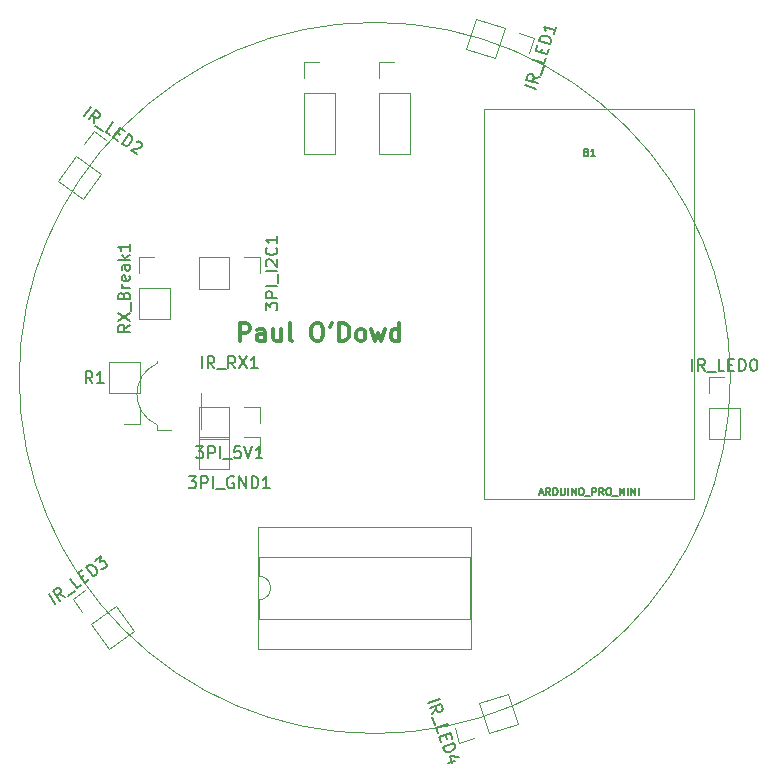
<source format=gto>
G04 #@! TF.GenerationSoftware,KiCad,Pcbnew,(5.1.4)-1*
G04 #@! TF.CreationDate,2022-03-16T16:00:55+00:00*
G04 #@! TF.ProjectId,3Pi_IRComms_v2,3350695f-4952-4436-9f6d-6d735f76322e,rev?*
G04 #@! TF.SameCoordinates,Original*
G04 #@! TF.FileFunction,Legend,Top*
G04 #@! TF.FilePolarity,Positive*
%FSLAX46Y46*%
G04 Gerber Fmt 4.6, Leading zero omitted, Abs format (unit mm)*
G04 Created by KiCad (PCBNEW (5.1.4)-1) date 2022-03-16 16:00:55*
%MOMM*%
%LPD*%
G04 APERTURE LIST*
%ADD10C,0.120000*%
%ADD11C,0.300000*%
%ADD12C,0.127000*%
%ADD13C,0.150000*%
G04 APERTURE END LIST*
D10*
X114240000Y-101720000D02*
X114240000Y-68700000D01*
X132020000Y-68700000D02*
X132020000Y-101720000D01*
X114240000Y-68700000D02*
X132020000Y-68700000D01*
X135116312Y-91440000D02*
G75*
G03X135116312Y-91440000I-30103822J0D01*
G01*
X132020000Y-101720000D02*
X114240000Y-101720000D01*
D11*
X93580000Y-88308571D02*
X93580000Y-86808571D01*
X94151428Y-86808571D01*
X94294285Y-86880000D01*
X94365714Y-86951428D01*
X94437142Y-87094285D01*
X94437142Y-87308571D01*
X94365714Y-87451428D01*
X94294285Y-87522857D01*
X94151428Y-87594285D01*
X93580000Y-87594285D01*
X95722857Y-88308571D02*
X95722857Y-87522857D01*
X95651428Y-87380000D01*
X95508571Y-87308571D01*
X95222857Y-87308571D01*
X95080000Y-87380000D01*
X95722857Y-88237142D02*
X95580000Y-88308571D01*
X95222857Y-88308571D01*
X95080000Y-88237142D01*
X95008571Y-88094285D01*
X95008571Y-87951428D01*
X95080000Y-87808571D01*
X95222857Y-87737142D01*
X95580000Y-87737142D01*
X95722857Y-87665714D01*
X97080000Y-87308571D02*
X97080000Y-88308571D01*
X96437142Y-87308571D02*
X96437142Y-88094285D01*
X96508571Y-88237142D01*
X96651428Y-88308571D01*
X96865714Y-88308571D01*
X97008571Y-88237142D01*
X97080000Y-88165714D01*
X98008571Y-88308571D02*
X97865714Y-88237142D01*
X97794285Y-88094285D01*
X97794285Y-86808571D01*
X100008571Y-86808571D02*
X100294285Y-86808571D01*
X100437142Y-86880000D01*
X100580000Y-87022857D01*
X100651428Y-87308571D01*
X100651428Y-87808571D01*
X100580000Y-88094285D01*
X100437142Y-88237142D01*
X100294285Y-88308571D01*
X100008571Y-88308571D01*
X99865714Y-88237142D01*
X99722857Y-88094285D01*
X99651428Y-87808571D01*
X99651428Y-87308571D01*
X99722857Y-87022857D01*
X99865714Y-86880000D01*
X100008571Y-86808571D01*
X101365714Y-86808571D02*
X101222857Y-87094285D01*
X102008571Y-88308571D02*
X102008571Y-86808571D01*
X102365714Y-86808571D01*
X102580000Y-86880000D01*
X102722857Y-87022857D01*
X102794285Y-87165714D01*
X102865714Y-87451428D01*
X102865714Y-87665714D01*
X102794285Y-87951428D01*
X102722857Y-88094285D01*
X102580000Y-88237142D01*
X102365714Y-88308571D01*
X102008571Y-88308571D01*
X103722857Y-88308571D02*
X103580000Y-88237142D01*
X103508571Y-88165714D01*
X103437142Y-88022857D01*
X103437142Y-87594285D01*
X103508571Y-87451428D01*
X103580000Y-87380000D01*
X103722857Y-87308571D01*
X103937142Y-87308571D01*
X104080000Y-87380000D01*
X104151428Y-87451428D01*
X104222857Y-87594285D01*
X104222857Y-88022857D01*
X104151428Y-88165714D01*
X104080000Y-88237142D01*
X103937142Y-88308571D01*
X103722857Y-88308571D01*
X104722857Y-87308571D02*
X105008571Y-88308571D01*
X105294285Y-87594285D01*
X105580000Y-88308571D01*
X105865714Y-87308571D01*
X107080000Y-88308571D02*
X107080000Y-86808571D01*
X107080000Y-88237142D02*
X106937142Y-88308571D01*
X106651428Y-88308571D01*
X106508571Y-88237142D01*
X106437142Y-88165714D01*
X106365714Y-88022857D01*
X106365714Y-87594285D01*
X106437142Y-87451428D01*
X106508571Y-87380000D01*
X106651428Y-87308571D01*
X106937142Y-87308571D01*
X107080000Y-87380000D01*
D10*
X95310000Y-81220000D02*
X95310000Y-82550000D01*
X93980000Y-81220000D02*
X95310000Y-81220000D01*
X92710000Y-81220000D02*
X92710000Y-83880000D01*
X92710000Y-83880000D02*
X90110000Y-83880000D01*
X92710000Y-81220000D02*
X90110000Y-81220000D01*
X90110000Y-81220000D02*
X90110000Y-83880000D01*
X133290000Y-91380000D02*
X134620000Y-91380000D01*
X133290000Y-92710000D02*
X133290000Y-91380000D01*
X133290000Y-93980000D02*
X135950000Y-93980000D01*
X135950000Y-93980000D02*
X135950000Y-96580000D01*
X133290000Y-93980000D02*
X133290000Y-96580000D01*
X133290000Y-96580000D02*
X135950000Y-96580000D01*
X85030000Y-81220000D02*
X86360000Y-81220000D01*
X85030000Y-82550000D02*
X85030000Y-81220000D01*
X85030000Y-83820000D02*
X87690000Y-83820000D01*
X87690000Y-83820000D02*
X87690000Y-86420000D01*
X85030000Y-83820000D02*
X85030000Y-86420000D01*
X85030000Y-86420000D02*
X87690000Y-86420000D01*
X81208737Y-70532253D02*
X82284729Y-71314007D01*
X80426982Y-71608246D02*
X81208737Y-70532253D01*
X79680495Y-72635697D02*
X81832480Y-74199206D01*
X81832480Y-74199206D02*
X80304239Y-76302650D01*
X79680495Y-72635697D02*
X78152253Y-74739141D01*
X78152253Y-74739141D02*
X80304239Y-76302650D01*
X95190000Y-108220000D02*
G75*
G02X95190000Y-110220000I0J-1000000D01*
G01*
X95190000Y-110220000D02*
X95190000Y-111870000D01*
X95190000Y-111870000D02*
X113090000Y-111870000D01*
X113090000Y-111870000D02*
X113090000Y-106570000D01*
X113090000Y-106570000D02*
X95190000Y-106570000D01*
X95190000Y-106570000D02*
X95190000Y-108220000D01*
X95130000Y-114360000D02*
X113150000Y-114360000D01*
X113150000Y-114360000D02*
X113150000Y-104080000D01*
X113150000Y-104080000D02*
X95130000Y-104080000D01*
X95130000Y-104080000D02*
X95130000Y-114360000D01*
X86600000Y-95870000D02*
X87800000Y-95870000D01*
X86600000Y-95870000D02*
X86600000Y-95410000D01*
X90260000Y-95790000D02*
X90260000Y-92710000D01*
X86600000Y-90210000D02*
G75*
G03X86600000Y-95410000I1100000J-2600000D01*
G01*
X86600000Y-90210000D02*
X86600000Y-89990000D01*
X95310000Y-96460000D02*
X95310000Y-97790000D01*
X93980000Y-96460000D02*
X95310000Y-96460000D01*
X92710000Y-96460000D02*
X92710000Y-99120000D01*
X92710000Y-99120000D02*
X90110000Y-99120000D01*
X92710000Y-96460000D02*
X90110000Y-96460000D01*
X90110000Y-96460000D02*
X90110000Y-99120000D01*
X99000000Y-64710000D02*
X100330000Y-64710000D01*
X99000000Y-66040000D02*
X99000000Y-64710000D01*
X99000000Y-67310000D02*
X101660000Y-67310000D01*
X101660000Y-67310000D02*
X101660000Y-72450000D01*
X99000000Y-67310000D02*
X99000000Y-72450000D01*
X99000000Y-72450000D02*
X101660000Y-72450000D01*
X79422253Y-110195762D02*
X80498246Y-109414007D01*
X80204007Y-111271754D02*
X79422253Y-110195762D01*
X80950495Y-112299206D02*
X83102480Y-110735697D01*
X83102480Y-110735697D02*
X84630722Y-112839141D01*
X80950495Y-112299206D02*
X82478736Y-114402650D01*
X82478736Y-114402650D02*
X84630722Y-112839141D01*
X105350000Y-64710000D02*
X106680000Y-64710000D01*
X105350000Y-66040000D02*
X105350000Y-64710000D01*
X105350000Y-67310000D02*
X108010000Y-67310000D01*
X108010000Y-67310000D02*
X108010000Y-72450000D01*
X105350000Y-67310000D02*
X105350000Y-72450000D01*
X105350000Y-72450000D02*
X108010000Y-72450000D01*
X85150000Y-95310000D02*
X83820000Y-95310000D01*
X85150000Y-93980000D02*
X85150000Y-95310000D01*
X85150000Y-92710000D02*
X82490000Y-92710000D01*
X82490000Y-92710000D02*
X82490000Y-90110000D01*
X85150000Y-92710000D02*
X85150000Y-90110000D01*
X85150000Y-90110000D02*
X82490000Y-90110000D01*
X118515898Y-62646087D02*
X118104905Y-63910993D01*
X117250993Y-62235095D02*
X118515898Y-62646087D01*
X116043151Y-61842643D02*
X115221166Y-64372454D01*
X115221166Y-64372454D02*
X112748419Y-63569009D01*
X116043151Y-61842643D02*
X113570404Y-61039199D01*
X113570404Y-61039199D02*
X112748419Y-63569009D01*
X112176087Y-122325898D02*
X111765095Y-121060993D01*
X113440993Y-121914905D02*
X112176087Y-122325898D01*
X114648834Y-121522454D02*
X113826849Y-118992643D01*
X113826849Y-118992643D02*
X116299596Y-118189199D01*
X114648834Y-121522454D02*
X117121581Y-120719009D01*
X117121581Y-120719009D02*
X116299596Y-118189199D01*
X95310000Y-93920000D02*
X95310000Y-95250000D01*
X93980000Y-93920000D02*
X95310000Y-93920000D01*
X92710000Y-93920000D02*
X92710000Y-96580000D01*
X92710000Y-96580000D02*
X90110000Y-96580000D01*
X92710000Y-93920000D02*
X90110000Y-93920000D01*
X90110000Y-93920000D02*
X90110000Y-96580000D01*
D12*
X122943257Y-72346457D02*
X123030342Y-72375485D01*
X123059371Y-72404514D01*
X123088400Y-72462571D01*
X123088400Y-72549657D01*
X123059371Y-72607714D01*
X123030342Y-72636742D01*
X122972285Y-72665771D01*
X122740057Y-72665771D01*
X122740057Y-72056171D01*
X122943257Y-72056171D01*
X123001314Y-72085200D01*
X123030342Y-72114228D01*
X123059371Y-72172285D01*
X123059371Y-72230342D01*
X123030342Y-72288400D01*
X123001314Y-72317428D01*
X122943257Y-72346457D01*
X122740057Y-72346457D01*
X123668971Y-72665771D02*
X123320628Y-72665771D01*
X123494800Y-72665771D02*
X123494800Y-72056171D01*
X123436742Y-72143257D01*
X123378685Y-72201314D01*
X123320628Y-72230342D01*
X118980857Y-101193600D02*
X119271142Y-101193600D01*
X118922800Y-101367771D02*
X119126000Y-100758171D01*
X119329200Y-101367771D01*
X119880742Y-101367771D02*
X119677542Y-101077485D01*
X119532400Y-101367771D02*
X119532400Y-100758171D01*
X119764628Y-100758171D01*
X119822685Y-100787200D01*
X119851714Y-100816228D01*
X119880742Y-100874285D01*
X119880742Y-100961371D01*
X119851714Y-101019428D01*
X119822685Y-101048457D01*
X119764628Y-101077485D01*
X119532400Y-101077485D01*
X120142000Y-101367771D02*
X120142000Y-100758171D01*
X120287142Y-100758171D01*
X120374228Y-100787200D01*
X120432285Y-100845257D01*
X120461314Y-100903314D01*
X120490342Y-101019428D01*
X120490342Y-101106514D01*
X120461314Y-101222628D01*
X120432285Y-101280685D01*
X120374228Y-101338742D01*
X120287142Y-101367771D01*
X120142000Y-101367771D01*
X120751600Y-100758171D02*
X120751600Y-101251657D01*
X120780628Y-101309714D01*
X120809657Y-101338742D01*
X120867714Y-101367771D01*
X120983828Y-101367771D01*
X121041885Y-101338742D01*
X121070914Y-101309714D01*
X121099942Y-101251657D01*
X121099942Y-100758171D01*
X121390228Y-101367771D02*
X121390228Y-100758171D01*
X121680514Y-101367771D02*
X121680514Y-100758171D01*
X122028857Y-101367771D01*
X122028857Y-100758171D01*
X122435257Y-100758171D02*
X122551371Y-100758171D01*
X122609428Y-100787200D01*
X122667485Y-100845257D01*
X122696514Y-100961371D01*
X122696514Y-101164571D01*
X122667485Y-101280685D01*
X122609428Y-101338742D01*
X122551371Y-101367771D01*
X122435257Y-101367771D01*
X122377200Y-101338742D01*
X122319142Y-101280685D01*
X122290114Y-101164571D01*
X122290114Y-100961371D01*
X122319142Y-100845257D01*
X122377200Y-100787200D01*
X122435257Y-100758171D01*
X122812628Y-101425828D02*
X123277085Y-101425828D01*
X123422228Y-101367771D02*
X123422228Y-100758171D01*
X123654457Y-100758171D01*
X123712514Y-100787200D01*
X123741542Y-100816228D01*
X123770571Y-100874285D01*
X123770571Y-100961371D01*
X123741542Y-101019428D01*
X123712514Y-101048457D01*
X123654457Y-101077485D01*
X123422228Y-101077485D01*
X124380171Y-101367771D02*
X124176971Y-101077485D01*
X124031828Y-101367771D02*
X124031828Y-100758171D01*
X124264057Y-100758171D01*
X124322114Y-100787200D01*
X124351142Y-100816228D01*
X124380171Y-100874285D01*
X124380171Y-100961371D01*
X124351142Y-101019428D01*
X124322114Y-101048457D01*
X124264057Y-101077485D01*
X124031828Y-101077485D01*
X124757542Y-100758171D02*
X124873657Y-100758171D01*
X124931714Y-100787200D01*
X124989771Y-100845257D01*
X125018800Y-100961371D01*
X125018800Y-101164571D01*
X124989771Y-101280685D01*
X124931714Y-101338742D01*
X124873657Y-101367771D01*
X124757542Y-101367771D01*
X124699485Y-101338742D01*
X124641428Y-101280685D01*
X124612400Y-101164571D01*
X124612400Y-100961371D01*
X124641428Y-100845257D01*
X124699485Y-100787200D01*
X124757542Y-100758171D01*
X125134914Y-101425828D02*
X125599371Y-101425828D01*
X125744514Y-101367771D02*
X125744514Y-100758171D01*
X125947714Y-101193600D01*
X126150914Y-100758171D01*
X126150914Y-101367771D01*
X126441200Y-101367771D02*
X126441200Y-100758171D01*
X126731485Y-101367771D02*
X126731485Y-100758171D01*
X127079828Y-101367771D01*
X127079828Y-100758171D01*
X127370114Y-101367771D02*
X127370114Y-100758171D01*
D13*
X95762380Y-85692857D02*
X95762380Y-85073809D01*
X96143333Y-85407142D01*
X96143333Y-85264285D01*
X96190952Y-85169047D01*
X96238571Y-85121428D01*
X96333809Y-85073809D01*
X96571904Y-85073809D01*
X96667142Y-85121428D01*
X96714761Y-85169047D01*
X96762380Y-85264285D01*
X96762380Y-85550000D01*
X96714761Y-85645238D01*
X96667142Y-85692857D01*
X96762380Y-84645238D02*
X95762380Y-84645238D01*
X95762380Y-84264285D01*
X95810000Y-84169047D01*
X95857619Y-84121428D01*
X95952857Y-84073809D01*
X96095714Y-84073809D01*
X96190952Y-84121428D01*
X96238571Y-84169047D01*
X96286190Y-84264285D01*
X96286190Y-84645238D01*
X96762380Y-83645238D02*
X95762380Y-83645238D01*
X96857619Y-83407142D02*
X96857619Y-82645238D01*
X96762380Y-82407142D02*
X95762380Y-82407142D01*
X95857619Y-81978571D02*
X95810000Y-81930952D01*
X95762380Y-81835714D01*
X95762380Y-81597619D01*
X95810000Y-81502380D01*
X95857619Y-81454761D01*
X95952857Y-81407142D01*
X96048095Y-81407142D01*
X96190952Y-81454761D01*
X96762380Y-82026190D01*
X96762380Y-81407142D01*
X96667142Y-80407142D02*
X96714761Y-80454761D01*
X96762380Y-80597619D01*
X96762380Y-80692857D01*
X96714761Y-80835714D01*
X96619523Y-80930952D01*
X96524285Y-80978571D01*
X96333809Y-81026190D01*
X96190952Y-81026190D01*
X96000476Y-80978571D01*
X95905238Y-80930952D01*
X95810000Y-80835714D01*
X95762380Y-80692857D01*
X95762380Y-80597619D01*
X95810000Y-80454761D01*
X95857619Y-80407142D01*
X96762380Y-79454761D02*
X96762380Y-80026190D01*
X96762380Y-79740476D02*
X95762380Y-79740476D01*
X95905238Y-79835714D01*
X96000476Y-79930952D01*
X96048095Y-80026190D01*
X131905714Y-90832380D02*
X131905714Y-89832380D01*
X132953333Y-90832380D02*
X132620000Y-90356190D01*
X132381904Y-90832380D02*
X132381904Y-89832380D01*
X132762857Y-89832380D01*
X132858095Y-89880000D01*
X132905714Y-89927619D01*
X132953333Y-90022857D01*
X132953333Y-90165714D01*
X132905714Y-90260952D01*
X132858095Y-90308571D01*
X132762857Y-90356190D01*
X132381904Y-90356190D01*
X133143809Y-90927619D02*
X133905714Y-90927619D01*
X134620000Y-90832380D02*
X134143809Y-90832380D01*
X134143809Y-89832380D01*
X134953333Y-90308571D02*
X135286666Y-90308571D01*
X135429523Y-90832380D02*
X134953333Y-90832380D01*
X134953333Y-89832380D01*
X135429523Y-89832380D01*
X135858095Y-90832380D02*
X135858095Y-89832380D01*
X136096190Y-89832380D01*
X136239047Y-89880000D01*
X136334285Y-89975238D01*
X136381904Y-90070476D01*
X136429523Y-90260952D01*
X136429523Y-90403809D01*
X136381904Y-90594285D01*
X136334285Y-90689523D01*
X136239047Y-90784761D01*
X136096190Y-90832380D01*
X135858095Y-90832380D01*
X137048571Y-89832380D02*
X137143809Y-89832380D01*
X137239047Y-89880000D01*
X137286666Y-89927619D01*
X137334285Y-90022857D01*
X137381904Y-90213333D01*
X137381904Y-90451428D01*
X137334285Y-90641904D01*
X137286666Y-90737142D01*
X137239047Y-90784761D01*
X137143809Y-90832380D01*
X137048571Y-90832380D01*
X136953333Y-90784761D01*
X136905714Y-90737142D01*
X136858095Y-90641904D01*
X136810476Y-90451428D01*
X136810476Y-90213333D01*
X136858095Y-90022857D01*
X136905714Y-89927619D01*
X136953333Y-89880000D01*
X137048571Y-89832380D01*
X84272380Y-86939047D02*
X83796190Y-87272380D01*
X84272380Y-87510476D02*
X83272380Y-87510476D01*
X83272380Y-87129523D01*
X83320000Y-87034285D01*
X83367619Y-86986666D01*
X83462857Y-86939047D01*
X83605714Y-86939047D01*
X83700952Y-86986666D01*
X83748571Y-87034285D01*
X83796190Y-87129523D01*
X83796190Y-87510476D01*
X83272380Y-86605714D02*
X84272380Y-85939047D01*
X83272380Y-85939047D02*
X84272380Y-86605714D01*
X84367619Y-85796190D02*
X84367619Y-85034285D01*
X83748571Y-84462857D02*
X83796190Y-84320000D01*
X83843809Y-84272380D01*
X83939047Y-84224761D01*
X84081904Y-84224761D01*
X84177142Y-84272380D01*
X84224761Y-84320000D01*
X84272380Y-84415238D01*
X84272380Y-84796190D01*
X83272380Y-84796190D01*
X83272380Y-84462857D01*
X83320000Y-84367619D01*
X83367619Y-84320000D01*
X83462857Y-84272380D01*
X83558095Y-84272380D01*
X83653333Y-84320000D01*
X83700952Y-84367619D01*
X83748571Y-84462857D01*
X83748571Y-84796190D01*
X84272380Y-83796190D02*
X83605714Y-83796190D01*
X83796190Y-83796190D02*
X83700952Y-83748571D01*
X83653333Y-83700952D01*
X83605714Y-83605714D01*
X83605714Y-83510476D01*
X84224761Y-82796190D02*
X84272380Y-82891428D01*
X84272380Y-83081904D01*
X84224761Y-83177142D01*
X84129523Y-83224761D01*
X83748571Y-83224761D01*
X83653333Y-83177142D01*
X83605714Y-83081904D01*
X83605714Y-82891428D01*
X83653333Y-82796190D01*
X83748571Y-82748571D01*
X83843809Y-82748571D01*
X83939047Y-83224761D01*
X84272380Y-81891428D02*
X83748571Y-81891428D01*
X83653333Y-81939047D01*
X83605714Y-82034285D01*
X83605714Y-82224761D01*
X83653333Y-82320000D01*
X84224761Y-81891428D02*
X84272380Y-81986666D01*
X84272380Y-82224761D01*
X84224761Y-82320000D01*
X84129523Y-82367619D01*
X84034285Y-82367619D01*
X83939047Y-82320000D01*
X83891428Y-82224761D01*
X83891428Y-81986666D01*
X83843809Y-81891428D01*
X84272380Y-81415238D02*
X83272380Y-81415238D01*
X83891428Y-81320000D02*
X84272380Y-81034285D01*
X83605714Y-81034285D02*
X83986666Y-81415238D01*
X84272380Y-80081904D02*
X84272380Y-80653333D01*
X84272380Y-80367619D02*
X83272380Y-80367619D01*
X83415238Y-80462857D01*
X83510476Y-80558095D01*
X83558095Y-80653333D01*
X80410708Y-69275556D02*
X80998494Y-68466539D01*
X81258250Y-69891331D02*
X81268475Y-69310157D01*
X80795955Y-69555454D02*
X81383740Y-68746437D01*
X81691937Y-68970355D01*
X81740996Y-69064859D01*
X81751531Y-69131374D01*
X81734076Y-69236413D01*
X81650107Y-69351987D01*
X81555603Y-69401046D01*
X81489088Y-69411581D01*
X81384049Y-69394126D01*
X81075852Y-69170208D01*
X81356369Y-70080340D02*
X81972763Y-70528176D01*
X82606612Y-70870973D02*
X82221365Y-70591076D01*
X82809151Y-69782059D01*
X83184171Y-70643131D02*
X83453844Y-70839059D01*
X83261530Y-71346800D02*
X82876284Y-71066902D01*
X83464069Y-70257885D01*
X83849315Y-70537783D01*
X83608252Y-71598708D02*
X84196037Y-70789691D01*
X84388660Y-70929639D01*
X84476244Y-71052133D01*
X84497314Y-71185162D01*
X84479859Y-71290201D01*
X84406424Y-71472289D01*
X84322455Y-71587863D01*
X84171971Y-71713972D01*
X84077467Y-71763031D01*
X83944438Y-71784101D01*
X83800875Y-71738656D01*
X83608252Y-71598708D01*
X84910550Y-71426535D02*
X84977064Y-71416000D01*
X85082103Y-71433455D01*
X85274726Y-71573404D01*
X85323786Y-71667908D01*
X85334321Y-71734423D01*
X85316866Y-71839462D01*
X85260886Y-71916511D01*
X85138392Y-72004095D01*
X84340219Y-72130513D01*
X84841040Y-72494380D01*
X90376666Y-90622380D02*
X90376666Y-89622380D01*
X91424285Y-90622380D02*
X91090952Y-90146190D01*
X90852857Y-90622380D02*
X90852857Y-89622380D01*
X91233809Y-89622380D01*
X91329047Y-89670000D01*
X91376666Y-89717619D01*
X91424285Y-89812857D01*
X91424285Y-89955714D01*
X91376666Y-90050952D01*
X91329047Y-90098571D01*
X91233809Y-90146190D01*
X90852857Y-90146190D01*
X91614761Y-90717619D02*
X92376666Y-90717619D01*
X93186190Y-90622380D02*
X92852857Y-90146190D01*
X92614761Y-90622380D02*
X92614761Y-89622380D01*
X92995714Y-89622380D01*
X93090952Y-89670000D01*
X93138571Y-89717619D01*
X93186190Y-89812857D01*
X93186190Y-89955714D01*
X93138571Y-90050952D01*
X93090952Y-90098571D01*
X92995714Y-90146190D01*
X92614761Y-90146190D01*
X93519523Y-89622380D02*
X94186190Y-90622380D01*
X94186190Y-89622380D02*
X93519523Y-90622380D01*
X95090952Y-90622380D02*
X94519523Y-90622380D01*
X94805238Y-90622380D02*
X94805238Y-89622380D01*
X94710000Y-89765238D01*
X94614761Y-89860476D01*
X94519523Y-89908095D01*
X89257619Y-99782380D02*
X89876666Y-99782380D01*
X89543333Y-100163333D01*
X89686190Y-100163333D01*
X89781428Y-100210952D01*
X89829047Y-100258571D01*
X89876666Y-100353809D01*
X89876666Y-100591904D01*
X89829047Y-100687142D01*
X89781428Y-100734761D01*
X89686190Y-100782380D01*
X89400476Y-100782380D01*
X89305238Y-100734761D01*
X89257619Y-100687142D01*
X90305238Y-100782380D02*
X90305238Y-99782380D01*
X90686190Y-99782380D01*
X90781428Y-99830000D01*
X90829047Y-99877619D01*
X90876666Y-99972857D01*
X90876666Y-100115714D01*
X90829047Y-100210952D01*
X90781428Y-100258571D01*
X90686190Y-100306190D01*
X90305238Y-100306190D01*
X91305238Y-100782380D02*
X91305238Y-99782380D01*
X91543333Y-100877619D02*
X92305238Y-100877619D01*
X93067142Y-99830000D02*
X92971904Y-99782380D01*
X92829047Y-99782380D01*
X92686190Y-99830000D01*
X92590952Y-99925238D01*
X92543333Y-100020476D01*
X92495714Y-100210952D01*
X92495714Y-100353809D01*
X92543333Y-100544285D01*
X92590952Y-100639523D01*
X92686190Y-100734761D01*
X92829047Y-100782380D01*
X92924285Y-100782380D01*
X93067142Y-100734761D01*
X93114761Y-100687142D01*
X93114761Y-100353809D01*
X92924285Y-100353809D01*
X93543333Y-100782380D02*
X93543333Y-99782380D01*
X94114761Y-100782380D01*
X94114761Y-99782380D01*
X94590952Y-100782380D02*
X94590952Y-99782380D01*
X94829047Y-99782380D01*
X94971904Y-99830000D01*
X95067142Y-99925238D01*
X95114761Y-100020476D01*
X95162380Y-100210952D01*
X95162380Y-100353809D01*
X95114761Y-100544285D01*
X95067142Y-100639523D01*
X94971904Y-100734761D01*
X94829047Y-100782380D01*
X94590952Y-100782380D01*
X96114761Y-100782380D02*
X95543333Y-100782380D01*
X95829047Y-100782380D02*
X95829047Y-99782380D01*
X95733809Y-99925238D01*
X95638571Y-100020476D01*
X95543333Y-100068095D01*
X77980459Y-110566390D02*
X77392674Y-109757373D01*
X78828001Y-109950615D02*
X78278431Y-109761298D01*
X78365705Y-110286493D02*
X77777920Y-109477476D01*
X78086117Y-109253558D01*
X78191156Y-109236103D01*
X78257670Y-109246637D01*
X78352175Y-109295697D01*
X78436144Y-109411271D01*
X78453599Y-109516310D01*
X78443064Y-109582824D01*
X78394004Y-109677328D01*
X78085808Y-109901247D01*
X79038079Y-109915706D02*
X79654473Y-109467869D01*
X80176362Y-108970973D02*
X79791116Y-109250871D01*
X79203331Y-108441854D01*
X80138147Y-108351274D02*
X80407820Y-108155346D01*
X80831281Y-108495147D02*
X80446035Y-108775045D01*
X79858249Y-107966028D01*
X80243496Y-107686130D01*
X81178002Y-108243239D02*
X80590217Y-107434222D01*
X80782840Y-107294273D01*
X80926404Y-107248829D01*
X81059433Y-107269898D01*
X81153937Y-107318958D01*
X81304421Y-107445067D01*
X81388390Y-107560640D01*
X81461824Y-107742729D01*
X81479279Y-107847768D01*
X81458210Y-107980796D01*
X81370626Y-108103290D01*
X81178002Y-108243239D01*
X81322185Y-106902417D02*
X81823005Y-106538549D01*
X81777251Y-107042675D01*
X81892825Y-106958706D01*
X81997864Y-106941251D01*
X82064378Y-106951785D01*
X82158882Y-107000845D01*
X82298831Y-107193468D01*
X82316286Y-107298507D01*
X82305751Y-107365021D01*
X82256692Y-107459526D01*
X82025544Y-107627464D01*
X81920505Y-107644919D01*
X81853991Y-107634384D01*
X81113333Y-91892380D02*
X80780000Y-91416190D01*
X80541904Y-91892380D02*
X80541904Y-90892380D01*
X80922857Y-90892380D01*
X81018095Y-90940000D01*
X81065714Y-90987619D01*
X81113333Y-91082857D01*
X81113333Y-91225714D01*
X81065714Y-91320952D01*
X81018095Y-91368571D01*
X80922857Y-91416190D01*
X80541904Y-91416190D01*
X82065714Y-91892380D02*
X81494285Y-91892380D01*
X81780000Y-91892380D02*
X81780000Y-90892380D01*
X81684761Y-91035238D01*
X81589523Y-91130476D01*
X81494285Y-91178095D01*
X118647441Y-66941242D02*
X117696384Y-66632225D01*
X118971173Y-65944897D02*
X118415283Y-66114765D01*
X118794592Y-66488358D02*
X117843535Y-66179341D01*
X117961256Y-65817034D01*
X118035975Y-65741172D01*
X118095978Y-65710599D01*
X118201270Y-65694740D01*
X118337135Y-65738886D01*
X118412997Y-65813604D01*
X118443570Y-65873608D01*
X118459429Y-65978900D01*
X118341708Y-66341207D01*
X119120610Y-65793174D02*
X119356052Y-65068559D01*
X119486201Y-64359803D02*
X119339050Y-64812687D01*
X118387994Y-64503670D01*
X119091035Y-63880918D02*
X119194040Y-63563899D01*
X119736358Y-63589900D02*
X119589207Y-64042784D01*
X118638151Y-63733767D01*
X118785301Y-63280883D01*
X119868794Y-63182304D02*
X118917737Y-62873287D01*
X118991313Y-62646845D01*
X119080746Y-62525695D01*
X119200753Y-62464549D01*
X119306045Y-62448690D01*
X119501914Y-62462262D01*
X119637779Y-62506408D01*
X119804218Y-62610556D01*
X119880080Y-62685275D01*
X119941226Y-62805282D01*
X119942369Y-62955862D01*
X119868794Y-63182304D01*
X120339677Y-61733075D02*
X120163096Y-62276536D01*
X120251386Y-62004806D02*
X119300330Y-61695789D01*
X119406765Y-61830511D01*
X119467911Y-61950518D01*
X119483770Y-62055810D01*
X109545037Y-118928364D02*
X110496094Y-118619347D01*
X109868769Y-119924709D02*
X110218648Y-119460539D01*
X109692188Y-119381248D02*
X110643245Y-119072231D01*
X110760965Y-119434538D01*
X110745107Y-119539830D01*
X110714534Y-119599833D01*
X110638672Y-119674552D01*
X110502807Y-119718697D01*
X110397515Y-119702839D01*
X110337512Y-119672266D01*
X110262793Y-119596404D01*
X110145072Y-119234097D01*
X109837053Y-120135293D02*
X110072494Y-120859907D01*
X110383798Y-121509803D02*
X110236647Y-121056919D01*
X111187703Y-120747902D01*
X110984976Y-121664956D02*
X111087981Y-121981975D01*
X110633954Y-122279706D02*
X110486803Y-121826822D01*
X111437860Y-121517805D01*
X111585011Y-121970689D01*
X110766390Y-122687301D02*
X111717447Y-122378284D01*
X111791022Y-122604726D01*
X111789879Y-122755307D01*
X111728732Y-122875314D01*
X111652871Y-122950032D01*
X111486432Y-123054181D01*
X111350567Y-123098326D01*
X111154698Y-123111898D01*
X111049406Y-123096040D01*
X110929399Y-123034894D01*
X110839966Y-122913743D01*
X110766390Y-122687301D01*
X111841881Y-123839942D02*
X111207843Y-124045954D01*
X112130612Y-123495779D02*
X111377711Y-123490064D01*
X111569007Y-124078813D01*
X89876666Y-97242380D02*
X90495714Y-97242380D01*
X90162380Y-97623333D01*
X90305238Y-97623333D01*
X90400476Y-97670952D01*
X90448095Y-97718571D01*
X90495714Y-97813809D01*
X90495714Y-98051904D01*
X90448095Y-98147142D01*
X90400476Y-98194761D01*
X90305238Y-98242380D01*
X90019523Y-98242380D01*
X89924285Y-98194761D01*
X89876666Y-98147142D01*
X90924285Y-98242380D02*
X90924285Y-97242380D01*
X91305238Y-97242380D01*
X91400476Y-97290000D01*
X91448095Y-97337619D01*
X91495714Y-97432857D01*
X91495714Y-97575714D01*
X91448095Y-97670952D01*
X91400476Y-97718571D01*
X91305238Y-97766190D01*
X90924285Y-97766190D01*
X91924285Y-98242380D02*
X91924285Y-97242380D01*
X92162380Y-98337619D02*
X92924285Y-98337619D01*
X93638571Y-97242380D02*
X93162380Y-97242380D01*
X93114761Y-97718571D01*
X93162380Y-97670952D01*
X93257619Y-97623333D01*
X93495714Y-97623333D01*
X93590952Y-97670952D01*
X93638571Y-97718571D01*
X93686190Y-97813809D01*
X93686190Y-98051904D01*
X93638571Y-98147142D01*
X93590952Y-98194761D01*
X93495714Y-98242380D01*
X93257619Y-98242380D01*
X93162380Y-98194761D01*
X93114761Y-98147142D01*
X93971904Y-97242380D02*
X94305238Y-98242380D01*
X94638571Y-97242380D01*
X95495714Y-98242380D02*
X94924285Y-98242380D01*
X95210000Y-98242380D02*
X95210000Y-97242380D01*
X95114761Y-97385238D01*
X95019523Y-97480476D01*
X94924285Y-97528095D01*
M02*

</source>
